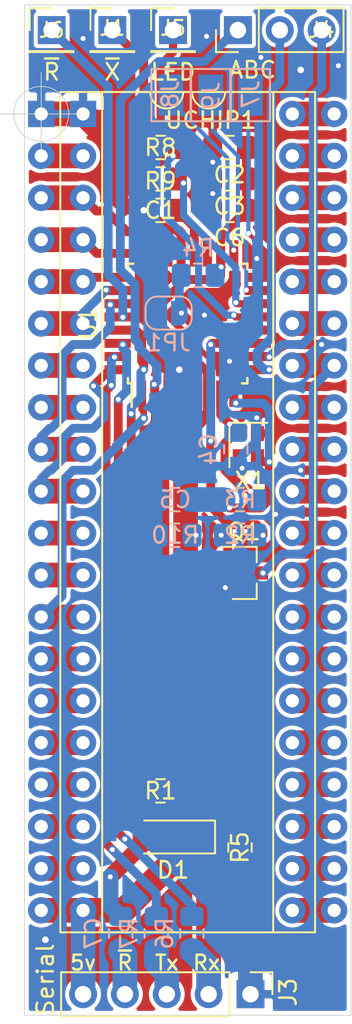
<source format=kicad_pcb>
(kicad_pcb (version 20171130) (host pcbnew "(5.1.10)-1")
  (layers (0 F.Cu signal) (31 B.Cu signal) (34 B.Paste user hide) (35 F.Paste user hide) (36 B.SilkS user) (37 F.SilkS user) (38 B.Mask user) (39 F.Mask user hide) (44 Edge.Cuts user))
  (net 0 "")
  (net 1 GND)
  (net 2 +5V)
  (net 3 /XTAL1)
  (net 4 /XTAL2)
  (net 5 "Net-(J1-Pad1)")
  (net 6 /ICSP-MISO)
  (net 7 /ICSP-SCK)
  (net 8 /ICSP-MOSI)
  (net 9 /ICSP-~RESET)
  (net 10 /SER-RXD)
  (net 11 /SER-TXD)
  (net 12 /KSW-A)
  (net 13 /KSW-B)
  (net 14 /KSW-C)
  (net 15 "Net-(J5-Pad1)")
  (net 16 /~RESTORE)
  (net 17 "Net-(JP1-Pad2)")
  (net 18 "Net-(Q1-Pad1)")
  (net 19 /U~RESET)
  (net 20 /URESET)
  (net 21 "Net-(R8-Pad2)")
  (net 22 "Net-(R9-Pad2)")
  (net 23 /ROW3)
  (net 24 /COL1)
  (net 25 /COL2)
  (net 26 /COL3)
  (net 27 /COL4)
  (net 28 /COL7)
  (net 29 /ROW0)
  (net 30 /UCNT)
  (net 31 /USIO)
  (net 32 /UTOD)
  (net 33 /UA0)
  (net 34 /U~PC)
  (net 35 /UA1)
  (net 36 /ROW7)
  (net 37 /UA2)
  (net 38 /ROW6)
  (net 39 /UA3)
  (net 40 /ROW5)
  (net 41 /ROW4)
  (net 42 /D0)
  (net 43 /D1)
  (net 44 /ROW2)
  (net 45 /D2)
  (net 46 /ROW1)
  (net 47 /D3)
  (net 48 /D4)
  (net 49 /D5)
  (net 50 /COL6)
  (net 51 /D6)
  (net 52 /COL5)
  (net 53 /D7)
  (net 54 /UCLK)
  (net 55 /U~FLAG)
  (net 56 /U~CE)
  (net 57 /UR~W)
  (net 58 /COL0)
  (net 59 /U~IRQ)
  (net 60 "Net-(C7-Pad2)")
  (net 61 "Net-(J3-Pad2)")
  (net 62 "Net-(J3-Pad3)")
  (net 63 "Net-(C1-Pad1)")
  (net 64 "Net-(U1-Pad19)")
  (net 65 "Net-(U1-Pad22)")
  (module Package_DIP:DIP-40_W15.24mm (layer F.Cu) (at 101.6 50.8)
    (fp_text reference UCHIP1 (at 7.747 0.381) (layer F.SilkS))
    (fp_text value MOS6526)
    (pad 40 thru_hole oval (at 15.24 0) (size 1.6 1.6) (drill 0.8) (layers *.Cu *.Mask) (net 30 /UCNT))
    (pad 20 thru_hole oval (at 0 48.26) (size 1.6 1.6) (drill 0.8) (layers *.Cu *.Mask) (net 2 +5V))
    (pad 39 thru_hole oval (at 15.24 2.54) (size 1.6 1.6) (drill 0.8) (layers *.Cu *.Mask) (net 31 /USIO))
    (pad 19 thru_hole oval (at 0 45.72) (size 1.6 1.6) (drill 0.8) (layers *.Cu *.Mask) (net 32 /UTOD))
    (pad 38 thru_hole oval (at 15.24 5.08) (size 1.6 1.6) (drill 0.8) (layers *.Cu *.Mask) (net 33 /UA0))
    (pad 18 thru_hole oval (at 0 43.18) (size 1.6 1.6) (drill 0.8) (layers *.Cu *.Mask) (net 34 /U~PC))
    (pad 37 thru_hole oval (at 15.24 7.62) (size 1.6 1.6) (drill 0.8) (layers *.Cu *.Mask) (net 35 /UA1))
    (pad 17 thru_hole oval (at 0 40.64) (size 1.6 1.6) (drill 0.8) (layers *.Cu *.Mask) (net 36 /ROW7))
    (pad 36 thru_hole oval (at 15.24 10.16) (size 1.6 1.6) (drill 0.8) (layers *.Cu *.Mask) (net 37 /UA2))
    (pad 16 thru_hole oval (at 0 38.1) (size 1.6 1.6) (drill 0.8) (layers *.Cu *.Mask) (net 38 /ROW6))
    (pad 35 thru_hole oval (at 15.24 12.7) (size 1.6 1.6) (drill 0.8) (layers *.Cu *.Mask) (net 39 /UA3))
    (pad 15 thru_hole oval (at 0 35.56) (size 1.6 1.6) (drill 0.8) (layers *.Cu *.Mask) (net 40 /ROW5))
    (pad 34 thru_hole oval (at 15.24 15.24) (size 1.6 1.6) (drill 0.8) (layers *.Cu *.Mask) (net 19 /U~RESET))
    (pad 14 thru_hole oval (at 0 33.02) (size 1.6 1.6) (drill 0.8) (layers *.Cu *.Mask) (net 41 /ROW4))
    (pad 33 thru_hole oval (at 15.24 17.78) (size 1.6 1.6) (drill 0.8) (layers *.Cu *.Mask) (net 42 /D0))
    (pad 13 thru_hole oval (at 0 30.48) (size 1.6 1.6) (drill 0.8) (layers *.Cu *.Mask) (net 23 /ROW3))
    (pad 32 thru_hole oval (at 15.24 20.32) (size 1.6 1.6) (drill 0.8) (layers *.Cu *.Mask) (net 43 /D1))
    (pad 12 thru_hole oval (at 0 27.94) (size 1.6 1.6) (drill 0.8) (layers *.Cu *.Mask) (net 44 /ROW2))
    (pad 31 thru_hole oval (at 15.24 22.86) (size 1.6 1.6) (drill 0.8) (layers *.Cu *.Mask) (net 45 /D2))
    (pad 11 thru_hole oval (at 0 25.4) (size 1.6 1.6) (drill 0.8) (layers *.Cu *.Mask) (net 46 /ROW1))
    (pad 30 thru_hole oval (at 15.24 25.4) (size 1.6 1.6) (drill 0.8) (layers *.Cu *.Mask) (net 47 /D3))
    (pad 10 thru_hole oval (at 0 22.86) (size 1.6 1.6) (drill 0.8) (layers *.Cu *.Mask) (net 29 /ROW0))
    (pad 29 thru_hole oval (at 15.24 27.94) (size 1.6 1.6) (drill 0.8) (layers *.Cu *.Mask) (net 48 /D4))
    (pad 9 thru_hole oval (at 0 20.32) (size 1.6 1.6) (drill 0.8) (layers *.Cu *.Mask) (net 28 /COL7))
    (pad 28 thru_hole oval (at 15.24 30.48) (size 1.6 1.6) (drill 0.8) (layers *.Cu *.Mask) (net 49 /D5))
    (pad 8 thru_hole oval (at 0 17.78) (size 1.6 1.6) (drill 0.8) (layers *.Cu *.Mask) (net 50 /COL6))
    (pad 27 thru_hole oval (at 15.24 33.02) (size 1.6 1.6) (drill 0.8) (layers *.Cu *.Mask) (net 51 /D6))
    (pad 7 thru_hole oval (at 0 15.24) (size 1.6 1.6) (drill 0.8) (layers *.Cu *.Mask) (net 52 /COL5))
    (pad 26 thru_hole oval (at 15.24 35.56) (size 1.6 1.6) (drill 0.8) (layers *.Cu *.Mask) (net 53 /D7))
    (pad 6 thru_hole oval (at 0 12.7) (size 1.6 1.6) (drill 0.8) (layers *.Cu *.Mask) (net 27 /COL4))
    (pad 25 thru_hole oval (at 15.24 38.1) (size 1.6 1.6) (drill 0.8) (layers *.Cu *.Mask) (net 54 /UCLK))
    (pad 5 thru_hole oval (at 0 10.16) (size 1.6 1.6) (drill 0.8) (layers *.Cu *.Mask) (net 26 /COL3))
    (pad 24 thru_hole oval (at 15.24 40.64) (size 1.6 1.6) (drill 0.8) (layers *.Cu *.Mask) (net 55 /U~FLAG))
    (pad 4 thru_hole oval (at 0 7.62) (size 1.6 1.6) (drill 0.8) (layers *.Cu *.Mask) (net 25 /COL2))
    (pad 23 thru_hole oval (at 15.24 43.18) (size 1.6 1.6) (drill 0.8) (layers *.Cu *.Mask) (net 56 /U~CE))
    (pad 3 thru_hole oval (at 0 5.08) (size 1.6 1.6) (drill 0.8) (layers *.Cu *.Mask) (net 24 /COL1))
    (pad 22 thru_hole oval (at 15.24 45.72) (size 1.6 1.6) (drill 0.8) (layers *.Cu *.Mask) (net 57 /UR~W))
    (pad 2 thru_hole oval (at 0 2.54) (size 1.6 1.6) (drill 0.8) (layers *.Cu *.Mask) (net 58 /COL0))
    (pad 21 thru_hole oval (at 15.24 48.26) (size 1.6 1.6) (drill 0.8) (layers *.Cu *.Mask) (net 59 /U~IRQ))
    (pad 1 thru_hole rect (at 0 0) (size 1.6 1.6) (drill 0.8) (layers *.Cu *.Mask) (net 1 GND))
  )
  (module Package_DIP:DIP-40_W15.24mm (layer F.Cu) (at 99.06 50.8)
    (fp_text reference USOCKET1)
    (fp_text value MOS6526)
    (pad 1 thru_hole rect (at 0 0) (size 1.6 1.6) (drill 0.8) (layers *.Cu *.Mask) (net 1 GND))
    (pad 21 thru_hole oval (at 15.24 48.26) (size 1.6 1.6) (drill 0.8) (layers *.Cu *.Mask) (net 59 /U~IRQ))
    (pad 2 thru_hole oval (at 0 2.54) (size 1.6 1.6) (drill 0.8) (layers *.Cu *.Mask) (net 58 /COL0))
    (pad 22 thru_hole oval (at 15.24 45.72) (size 1.6 1.6) (drill 0.8) (layers *.Cu *.Mask) (net 57 /UR~W))
    (pad 3 thru_hole oval (at 0 5.08) (size 1.6 1.6) (drill 0.8) (layers *.Cu *.Mask) (net 24 /COL1))
    (pad 23 thru_hole oval (at 15.24 43.18) (size 1.6 1.6) (drill 0.8) (layers *.Cu *.Mask) (net 56 /U~CE))
    (pad 4 thru_hole oval (at 0 7.62) (size 1.6 1.6) (drill 0.8) (layers *.Cu *.Mask) (net 25 /COL2))
    (pad 24 thru_hole oval (at 15.24 40.64) (size 1.6 1.6) (drill 0.8) (layers *.Cu *.Mask) (net 55 /U~FLAG))
    (pad 5 thru_hole oval (at 0 10.16) (size 1.6 1.6) (drill 0.8) (layers *.Cu *.Mask) (net 26 /COL3))
    (pad 25 thru_hole oval (at 15.24 38.1) (size 1.6 1.6) (drill 0.8) (layers *.Cu *.Mask) (net 54 /UCLK))
    (pad 6 thru_hole oval (at 0 12.7) (size 1.6 1.6) (drill 0.8) (layers *.Cu *.Mask) (net 27 /COL4))
    (pad 26 thru_hole oval (at 15.24 35.56) (size 1.6 1.6) (drill 0.8) (layers *.Cu *.Mask) (net 53 /D7))
    (pad 7 thru_hole oval (at 0 15.24) (size 1.6 1.6) (drill 0.8) (layers *.Cu *.Mask) (net 52 /COL5))
    (pad 27 thru_hole oval (at 15.24 33.02) (size 1.6 1.6) (drill 0.8) (layers *.Cu *.Mask) (net 51 /D6))
    (pad 8 thru_hole oval (at 0 17.78) (size 1.6 1.6) (drill 0.8) (layers *.Cu *.Mask) (net 50 /COL6))
    (pad 28 thru_hole oval (at 15.24 30.48) (size 1.6 1.6) (drill 0.8) (layers *.Cu *.Mask) (net 49 /D5))
    (pad 9 thru_hole oval (at 0 20.32) (size 1.6 1.6) (drill 0.8) (layers *.Cu *.Mask) (net 28 /COL7))
    (pad 29 thru_hole oval (at 15.24 27.94) (size 1.6 1.6) (drill 0.8) (layers *.Cu *.Mask) (net 48 /D4))
    (pad 10 thru_hole oval (at 0 22.86) (size 1.6 1.6) (drill 0.8) (layers *.Cu *.Mask) (net 29 /ROW0))
    (pad 30 thru_hole oval (at 15.24 25.4) (size 1.6 1.6) (drill 0.8) (layers *.Cu *.Mask) (net 47 /D3))
    (pad 11 thru_hole oval (at 0 25.4) (size 1.6 1.6) (drill 0.8) (layers *.Cu *.Mask) (net 46 /ROW1))
    (pad 31 thru_hole oval (at 15.24 22.86) (size 1.6 1.6) (drill 0.8) (layers *.Cu *.Mask) (net 45 /D2))
    (pad 12 thru_hole oval (at 0 27.94) (size 1.6 1.6) (drill 0.8) (layers *.Cu *.Mask) (net 44 /ROW2))
    (pad 32 thru_hole oval (at 15.24 20.32) (size 1.6 1.6) (drill 0.8) (layers *.Cu *.Mask) (net 43 /D1))
    (pad 13 thru_hole oval (at 0 30.48) (size 1.6 1.6) (drill 0.8) (layers *.Cu *.Mask) (net 23 /ROW3))
    (pad 33 thru_hole oval (at 15.24 17.78) (size 1.6 1.6) (drill 0.8) (layers *.Cu *.Mask) (net 42 /D0))
    (pad 14 thru_hole oval (at 0 33.02) (size 1.6 1.6) (drill 0.8) (layers *.Cu *.Mask) (net 41 /ROW4))
    (pad 34 thru_hole oval (at 15.24 15.24) (size 1.6 1.6) (drill 0.8) (layers *.Cu *.Mask) (net 19 /U~RESET))
    (pad 15 thru_hole oval (at 0 35.56) (size 1.6 1.6) (drill 0.8) (layers *.Cu *.Mask) (net 40 /ROW5))
    (pad 35 thru_hole oval (at 15.24 12.7) (size 1.6 1.6) (drill 0.8) (layers *.Cu *.Mask) (net 39 /UA3))
    (pad 16 thru_hole oval (at 0 38.1) (size 1.6 1.6) (drill 0.8) (layers *.Cu *.Mask) (net 38 /ROW6))
    (pad 36 thru_hole oval (at 15.24 10.16) (size 1.6 1.6) (drill 0.8) (layers *.Cu *.Mask) (net 37 /UA2))
    (pad 17 thru_hole oval (at 0 40.64) (size 1.6 1.6) (drill 0.8) (layers *.Cu *.Mask) (net 36 /ROW7))
    (pad 37 thru_hole oval (at 15.24 7.62) (size 1.6 1.6) (drill 0.8) (layers *.Cu *.Mask) (net 35 /UA1))
    (pad 18 thru_hole oval (at 0 43.18) (size 1.6 1.6) (drill 0.8) (layers *.Cu *.Mask) (net 34 /U~PC))
    (pad 38 thru_hole oval (at 15.24 5.08) (size 1.6 1.6) (drill 0.8) (layers *.Cu *.Mask) (net 33 /UA0))
    (pad 19 thru_hole oval (at 0 45.72) (size 1.6 1.6) (drill 0.8) (layers *.Cu *.Mask) (net 32 /UTOD))
    (pad 39 thru_hole oval (at 15.24 2.54) (size 1.6 1.6) (drill 0.8) (layers *.Cu *.Mask) (net 31 /USIO))
    (pad 20 thru_hole oval (at 0 48.26) (size 1.6 1.6) (drill 0.8) (layers *.Cu *.Mask) (net 2 +5V))
    (pad 40 thru_hole oval (at 15.24 0) (size 1.6 1.6) (drill 0.8) (layers *.Cu *.Mask) (net 30 /UCNT))
  )
  (module Capacitor_SMD:C_0805_2012Metric_Pad1.15x1.40mm_HandSolder (layer F.Cu) (at 106.299 56.642 180)
    (fp_text reference C1 (at 0 0) (layer F.SilkS))
    (fp_text value 0.1uF)
    (pad 1 smd roundrect (at -1.025 0 180) (size 1.15 1.4) (layers F.Cu F.Paste F.Mask) (roundrect_rratio 0.2173904347826087) (net 63 "Net-(C1-Pad1)"))
    (pad 2 smd roundrect (at 1.025 0 180) (size 1.15 1.4) (layers F.Cu F.Paste F.Mask) (roundrect_rratio 0.2173904347826087) (net 1 GND))
  )
  (module Capacitor_SMD:C_0805_2012Metric_Pad1.15x1.40mm_HandSolder (layer F.Cu) (at 110.49 52.832 180)
    (fp_text reference C2 (at 0 -1.65) (layer F.SilkS))
    (fp_text value 0.1uF)
    (pad 2 smd roundrect (at 1.025 0 180) (size 1.15 1.4) (layers F.Cu F.Paste F.Mask) (roundrect_rratio 0.2173904347826087) (net 1 GND))
    (pad 1 smd roundrect (at -1.025 0 180) (size 1.15 1.4) (layers F.Cu F.Paste F.Mask) (roundrect_rratio 0.2173904347826087) (net 2 +5V))
  )
  (module Capacitor_SMD:C_0805_2012Metric_Pad1.15x1.40mm_HandSolder (layer F.Cu) (at 110.49 54.737 180)
    (fp_text reference C3 (at 0 -1.65) (layer F.SilkS))
    (fp_text value 0.1uF)
    (pad 1 smd roundrect (at -1.025 0 180) (size 1.15 1.4) (layers F.Cu F.Paste F.Mask) (roundrect_rratio 0.2173904347826087) (net 2 +5V))
    (pad 2 smd roundrect (at 1.025 0 180) (size 1.15 1.4) (layers F.Cu F.Paste F.Mask) (roundrect_rratio 0.2173904347826087) (net 1 GND))
  )
  (module Capacitor_SMD:C_0805_2012Metric_Pad1.15x1.40mm_HandSolder (layer B.Cu) (at 110.871 71.12 270)
    (fp_text reference C4 (at 0 1.65 270) (layer B.SilkS) (effects (justify mirror)))
    (fp_text value 22pF)
    (pad 2 smd roundrect (at 1.025 0 270) (size 1.15 1.4) (layers B.Cu B.Paste B.Mask) (roundrect_rratio 0.2173904347826087) (net 1 GND))
    (pad 1 smd roundrect (at -1.025 0 270) (size 1.15 1.4) (layers B.Cu B.Paste B.Mask) (roundrect_rratio 0.2173904347826087) (net 3 /XTAL1))
  )
  (module Capacitor_SMD:C_0805_2012Metric_Pad1.15x1.40mm_HandSolder (layer B.Cu) (at 107.188 74.168 180)
    (fp_text reference C5 (at 0 0) (layer B.SilkS) (effects (justify mirror)))
    (fp_text value 22pF)
    (pad 1 smd roundrect (at -1.025 0 180) (size 1.15 1.4) (layers B.Cu B.Paste B.Mask) (roundrect_rratio 0.2173904347826087) (net 4 /XTAL2))
    (pad 2 smd roundrect (at 1.025 0 180) (size 1.15 1.4) (layers B.Cu B.Paste B.Mask) (roundrect_rratio 0.2173904347826087) (net 1 GND))
  )
  (module Capacitor_SMD:C_0805_2012Metric_Pad1.15x1.40mm_HandSolder (layer F.Cu) (at 110.49 56.642 180)
    (fp_text reference C6 (at 0 -1.65) (layer F.SilkS))
    (fp_text value 0.1uF)
    (pad 2 smd roundrect (at 1.025 0 180) (size 1.15 1.4) (layers F.Cu F.Paste F.Mask) (roundrect_rratio 0.2173904347826087) (net 1 GND))
    (pad 1 smd roundrect (at -1.025 0 180) (size 1.15 1.4) (layers F.Cu F.Paste F.Mask) (roundrect_rratio 0.2173904347826087) (net 2 +5V))
  )
  (module Connector_PinHeader_2.54mm:PinHeader_1x01_P2.54mm_Vertical (layer F.Cu) (at 103.378 45.72)
    (fp_text reference J1 (at 0 -0.127) (layer F.SilkS) (effects (font (size 0.9 0.9))))
    (fp_text value ~EXROM)
    (pad 1 thru_hole rect (at 0 0) (size 1.7 1.7) (drill 1) (layers *.Cu *.Mask) (net 5 "Net-(J1-Pad1)"))
  )
  (module Connector_PinHeader_2.54mm:PinHeader_1x05_P2.54mm_Vertical (layer F.Cu) (at 111.76 104.14 270)
    (fp_text reference J3 (at -0.127 -2.286 90) (layer F.SilkS))
    (fp_text value Serial (at -0.889 12.446 90) (layer F.SilkS))
    (pad 1 thru_hole rect (at 0 0 270) (size 1.7 1.7) (drill 1) (layers *.Cu *.Mask) (net 1 GND))
    (pad 2 thru_hole oval (at 0 2.54 270) (size 1.7 1.7) (drill 1) (layers *.Cu *.Mask) (net 61 "Net-(J3-Pad2)"))
    (pad 3 thru_hole oval (at 0 5.08 270) (size 1.7 1.7) (drill 1) (layers *.Cu *.Mask) (net 62 "Net-(J3-Pad3)"))
    (pad 4 thru_hole oval (at 0 7.62 270) (size 1.7 1.7) (drill 1) (layers *.Cu *.Mask) (net 60 "Net-(C7-Pad2)"))
    (pad 5 thru_hole oval (at 0 10.16 270) (size 1.7 1.7) (drill 1) (layers *.Cu *.Mask) (net 2 +5V))
  )
  (module Connector_PinHeader_2.54mm:PinHeader_1x03_P2.54mm_Vertical (layer F.Cu) (at 110.998 45.72 90)
    (fp_text reference J4 (at 0 5.08 180) (layer F.SilkS) (effects (font (size 0.9 0.9))))
    (fp_text value KSW)
    (pad 1 thru_hole rect (at 0 0 90) (size 1.7 1.7) (drill 1) (layers *.Cu *.Mask) (net 12 /KSW-A))
    (pad 2 thru_hole oval (at 0 2.54 90) (size 1.7 1.7) (drill 1) (layers *.Cu *.Mask) (net 13 /KSW-B))
    (pad 3 thru_hole oval (at 0 5.08 90) (size 1.7 1.7) (drill 1) (layers *.Cu *.Mask) (net 14 /KSW-C))
  )
  (module Connector_PinHeader_2.54mm:PinHeader_1x01_P2.54mm_Vertical (layer F.Cu) (at 107.061 45.72)
    (fp_text reference J5 (at 0 -0.127) (layer F.SilkS) (effects (font (size 0.9 0.9))))
    (fp_text value RESIO)
    (pad 1 thru_hole rect (at 0 0) (size 1.7 1.7) (drill 1) (layers *.Cu *.Mask) (net 15 "Net-(J5-Pad1)"))
  )
  (module Connector_PinHeader_2.54mm:PinHeader_1x01_P2.54mm_Vertical (layer F.Cu) (at 99.695 45.72)
    (fp_text reference J6 (at 0 0) (layer F.SilkS) (effects (font (size 0.9 0.9))))
    (fp_text value ~RESTORE)
    (pad 1 thru_hole rect (at 0 0) (size 1.7 1.7) (drill 1) (layers *.Cu *.Mask) (net 16 /~RESTORE))
  )
  (module Jumper:SolderJumper-2_P1.3mm_Open_RoundedPad1.0x1.5mm (layer B.Cu) (at 106.792 62.865)
    (fp_text reference JP1 (at 0 1.8) (layer B.SilkS) (effects (justify mirror)))
    (fp_text value ~SHRTBRD)
    (pad 1 smd custom (at -0.65 0) (size 1 0.5) (layers B.Cu B.Mask) (net 1 GND) (options (clearance outline) (anchor rect)) (primitives (gr_circle (center 0 -0.25) (end 0.5 -0.25) (width 0)) (gr_circle (center 0 0.25) (end 0.5 0.25) (width 0)) (gr_poly (pts (xy 0 0.75) (xy 0.5 0.75) (xy 0.5 -0.75) (xy 0 -0.75)) (width 0))))
    (pad 2 smd custom (at 0.65 0) (size 1 0.5) (layers B.Cu B.Mask) (net 17 "Net-(JP1-Pad2)") (options (clearance outline) (anchor rect)) (primitives (gr_circle (center 0 -0.25) (end 0.5 -0.25) (width 0)) (gr_circle (center 0 0.25) (end 0.5 0.25) (width 0)) (gr_poly (pts (xy 0 0.75) (xy -0.5 0.75) (xy -0.5 -0.75) (xy 0 -0.75)) (width 0))))
  )
  (module Package_TO_SOT_SMD:SOT-23 (layer F.Cu) (at 111.379 78.613)
    (fp_text reference Q1 (at 0 -2.5) (layer F.SilkS))
    (fp_text value BC846)
    (pad 1 smd rect (at -1 -0.95) (size 0.9 0.8) (layers F.Cu F.Paste F.Mask) (net 18 "Net-(Q1-Pad1)"))
    (pad 2 smd rect (at -1 0.95) (size 0.9 0.8) (layers F.Cu F.Paste F.Mask) (net 1 GND))
    (pad 3 smd rect (at 1 0) (size 0.9 0.8) (layers F.Cu F.Paste F.Mask) (net 19 /U~RESET))
  )
  (module Resistor_SMD:R_0805_2012Metric_Pad1.15x1.40mm_HandSolder (layer B.Cu) (at 111.125 76.327)
    (fp_text reference R2 (at 0 0) (layer B.SilkS) (effects (justify mirror)))
    (fp_text value 10K)
    (pad 2 smd roundrect (at 1.025 0) (size 1.15 1.4) (layers B.Cu B.Paste B.Mask) (roundrect_rratio 0.2173904347826087) (net 20 /URESET))
    (pad 1 smd roundrect (at -1.025 0) (size 1.15 1.4) (layers B.Cu B.Paste B.Mask) (roundrect_rratio 0.2173904347826087) (net 18 "Net-(Q1-Pad1)"))
  )
  (module Resistor_SMD:R_0805_2012Metric_Pad1.15x1.40mm_HandSolder (layer B.Cu) (at 111.125 74.168)
    (fp_text reference R3 (at 0 0) (layer B.SilkS) (effects (justify mirror)))
    (fp_text value 1M)
    (pad 2 smd roundrect (at 1.025 0) (size 1.15 1.4) (layers B.Cu B.Paste B.Mask) (roundrect_rratio 0.2173904347826087) (net 3 /XTAL1))
    (pad 1 smd roundrect (at -1.025 0) (size 1.15 1.4) (layers B.Cu B.Paste B.Mask) (roundrect_rratio 0.2173904347826087) (net 4 /XTAL2))
  )
  (module Resistor_SMD:R_0805_2012Metric_Pad1.15x1.40mm_HandSolder (layer B.Cu) (at 108.585 60.579 180)
    (fp_text reference R4 (at 0 1.65) (layer B.SilkS) (effects (justify mirror)))
    (fp_text value 10K)
    (pad 1 smd roundrect (at -1.025 0 180) (size 1.15 1.4) (layers B.Cu B.Paste B.Mask) (roundrect_rratio 0.2173904347826087) (net 2 +5V))
    (pad 2 smd roundrect (at 1.025 0 180) (size 1.15 1.4) (layers B.Cu B.Paste B.Mask) (roundrect_rratio 0.2173904347826087) (net 17 "Net-(JP1-Pad2)"))
  )
  (module Resistor_SMD:R_0805_2012Metric_Pad1.15x1.40mm_HandSolder (layer F.Cu) (at 106.308 52.832)
    (fp_text reference R8 (at -0.009 0) (layer F.SilkS))
    (fp_text value 220R)
    (pad 2 smd roundrect (at 1.025 0) (size 1.15 1.4) (layers F.Cu F.Paste F.Mask) (roundrect_rratio 0.2173904347826087) (net 21 "Net-(R8-Pad2)"))
    (pad 1 smd roundrect (at -1.025 0) (size 1.15 1.4) (layers F.Cu F.Paste F.Mask) (roundrect_rratio 0.2173904347826087) (net 5 "Net-(J1-Pad1)"))
  )
  (module Resistor_SMD:R_0805_2012Metric_Pad1.15x1.40mm_HandSolder (layer F.Cu) (at 106.299 54.737)
    (fp_text reference R9 (at 0 0.127) (layer F.SilkS))
    (fp_text value 330R)
    (pad 1 smd roundrect (at -1.025 0) (size 1.15 1.4) (layers F.Cu F.Paste F.Mask) (roundrect_rratio 0.2173904347826087) (net 15 "Net-(J5-Pad1)"))
    (pad 2 smd roundrect (at 1.025 0) (size 1.15 1.4) (layers F.Cu F.Paste F.Mask) (roundrect_rratio 0.2173904347826087) (net 22 "Net-(R9-Pad2)"))
  )
  (module Resistor_SMD:R_0805_2012Metric_Pad1.15x1.40mm_HandSolder (layer B.Cu) (at 107.188 76.327 180)
    (fp_text reference R10 (at 0 0) (layer B.SilkS) (effects (justify mirror)))
    (fp_text value 1M)
    (pad 1 smd roundrect (at -1.025 0 180) (size 1.15 1.4) (layers B.Cu B.Paste B.Mask) (roundrect_rratio 0.2173904347826087) (net 2 +5V))
    (pad 2 smd roundrect (at 1.025 0 180) (size 1.15 1.4) (layers B.Cu B.Paste B.Mask) (roundrect_rratio 0.2173904347826087) (net 1 GND))
  )
  (module Crystal:Crystal_SMD_2016-4Pin_2.0x1.6mm (layer F.Cu) (at 111.633 70.866 270)
    (fp_text reference X1 (at 2.159 -0.127 180) (layer F.SilkS))
    (fp_text value 16MHz)
    (pad 1 smd rect (at -0.7 0.55 270) (size 0.9 0.8) (layers F.Cu F.Paste F.Mask) (net 3 /XTAL1))
    (pad 2 smd rect (at 0.7 0.55 270) (size 0.9 0.8) (layers F.Cu F.Paste F.Mask) (net 1 GND))
    (pad 3 smd rect (at 0.7 -0.55 270) (size 0.9 0.8) (layers F.Cu F.Paste F.Mask) (net 4 /XTAL2))
    (pad 4 smd rect (at -0.7 -0.55 270) (size 0.9 0.8) (layers F.Cu F.Paste F.Mask) (net 1 GND))
  )
  (module Capacitor_SMD:C_0805_2012Metric_Pad1.15x1.40mm_HandSolder (layer B.Cu) (at 103.886 100.457 270)
    (fp_text reference C7 (at 0 1.65 270) (layer B.SilkS) (effects (justify mirror)))
    (fp_text value 0.1uF)
    (pad 1 smd roundrect (at -1.025 0 270) (size 1.15 1.4) (layers B.Cu B.Paste B.Mask) (roundrect_rratio 0.2173904347826087) (net 9 /ICSP-~RESET))
    (pad 2 smd roundrect (at 1.025 0 270) (size 1.15 1.4) (layers B.Cu B.Paste B.Mask) (roundrect_rratio 0.2173904347826087) (net 60 "Net-(C7-Pad2)"))
  )
  (module Resistor_SMD:R_0805_2012Metric_Pad1.15x1.40mm_HandSolder (layer F.Cu) (at 106.299 91.821 180)
    (fp_text reference R1 (at 0 0) (layer F.SilkS))
    (fp_text value 10K)
    (pad 1 smd roundrect (at -1.025 0 180) (size 1.15 1.4) (layers F.Cu F.Paste F.Mask) (roundrect_rratio 0.2173904347826087) (net 2 +5V))
    (pad 2 smd roundrect (at 1.025 0 180) (size 1.15 1.4) (layers F.Cu F.Paste F.Mask) (roundrect_rratio 0.2173904347826087) (net 9 /ICSP-~RESET))
  )
  (module Resistor_SMD:R_0805_2012Metric_Pad1.15x1.40mm_HandSolder (layer F.Cu) (at 111.125 95.25 270)
    (fp_text reference R5 (at 0 0 90) (layer F.SilkS))
    (fp_text value 10K)
    (pad 2 smd roundrect (at 1.025 0 270) (size 1.15 1.4) (layers F.Cu F.Paste F.Mask) (roundrect_rratio 0.2173904347826087) (net 61 "Net-(J3-Pad2)"))
    (pad 1 smd roundrect (at -1.025 0 270) (size 1.15 1.4) (layers F.Cu F.Paste F.Mask) (roundrect_rratio 0.2173904347826087) (net 2 +5V))
  )
  (module Resistor_SMD:R_0805_2012Metric_Pad1.15x1.40mm_HandSolder (layer B.Cu) (at 108.204 100.457 270)
    (fp_text reference R6 (at 0 1.65 270) (layer B.SilkS) (effects (justify mirror)))
    (fp_text value 1K)
    (pad 2 smd roundrect (at 1.025 0 270) (size 1.15 1.4) (layers B.Cu B.Paste B.Mask) (roundrect_rratio 0.2173904347826087) (net 61 "Net-(J3-Pad2)"))
    (pad 1 smd roundrect (at -1.025 0 270) (size 1.15 1.4) (layers B.Cu B.Paste B.Mask) (roundrect_rratio 0.2173904347826087) (net 10 /SER-RXD))
  )
  (module Resistor_SMD:R_0805_2012Metric_Pad1.15x1.40mm_HandSolder (layer B.Cu) (at 106.045 100.457 270)
    (fp_text reference R7 (at 0 1.65 90) (layer B.SilkS) (effects (justify mirror)))
    (fp_text value 1K)
    (pad 1 smd roundrect (at -1.025 0 270) (size 1.15 1.4) (layers B.Cu B.Paste B.Mask) (roundrect_rratio 0.2173904347826087) (net 11 /SER-TXD))
    (pad 2 smd roundrect (at 1.025 0 270) (size 1.15 1.4) (layers B.Cu B.Paste B.Mask) (roundrect_rratio 0.2173904347826087) (net 62 "Net-(J3-Pad3)"))
  )
  (module Diode_SMD:D_MiniMELF (layer F.Cu) (at 107.061 94.615 180)
    (fp_text reference D1 (at 0 -2) (layer F.SilkS))
    (fp_text value 1N4148)
    (pad 1 smd rect (at -1.75 0 180) (size 1.3 1.7) (layers F.Cu F.Paste F.Mask) (net 2 +5V))
    (pad 2 smd rect (at 1.75 0 180) (size 1.3 1.7) (layers F.Cu F.Paste F.Mask) (net 9 /ICSP-~RESET))
  )
  (module CPU2:SolderPad (layer B.Cu) (at 111.76 49.657 90)
    (fp_text reference J7 (at 0.045999 0.021999 90) (layer B.SilkS) (effects (justify mirror)))
    (fp_text value MISO)
    (pad 1 smd rect (at 0 0 90) (size 2.5 1.5) (layers B.Cu B.Paste B.Mask) (net 6 /ICSP-MISO))
  )
  (module CPU2:SolderPad (layer B.Cu) (at 106.934 49.657 90)
    (fp_text reference J8 (at 0.045999 -0.039001 90) (layer B.SilkS) (effects (justify mirror)))
    (fp_text value SCK)
    (pad 1 smd rect (at 0 0 90) (size 2.5 1.5) (layers B.Cu B.Paste B.Mask) (net 7 /ICSP-SCK))
  )
  (module CPU2:SolderPad (layer B.Cu) (at 109.347 49.657 90)
    (fp_text reference J9 (at -0.043001 0.021999 90) (layer B.SilkS) (effects (justify mirror)))
    (fp_text value MOSI)
    (pad 1 smd rect (at 0 0 90) (size 2.5 1.5) (layers B.Cu B.Paste B.Mask) (net 8 /ICSP-MOSI))
  )
  (module Package_QFP:TQFP-32_7x7mm_P0.8mm (layer F.Cu) (at 107.95 63.5 90)
    (fp_text reference U1 (at 0 -6.05 90) (layer F.SilkS))
    (fp_text value ATmega328P-AU)
    (pad 1 smd rect (at -4.25 -2.8 90) (size 1.6 0.55) (layers F.Cu F.Paste F.Mask) (net 23 /ROW3))
    (pad 2 smd rect (at -4.25 -2 90) (size 1.6 0.55) (layers F.Cu F.Paste F.Mask) (net 12 /KSW-A))
    (pad 3 smd rect (at -4.25 -1.2 90) (size 1.6 0.55) (layers F.Cu F.Paste F.Mask) (net 1 GND))
    (pad 4 smd rect (at -4.25 -0.4 90) (size 1.6 0.55) (layers F.Cu F.Paste F.Mask) (net 2 +5V))
    (pad 5 smd rect (at -4.25 0.4 90) (size 1.6 0.55) (layers F.Cu F.Paste F.Mask) (net 1 GND))
    (pad 6 smd rect (at -4.25 1.2 90) (size 1.6 0.55) (layers F.Cu F.Paste F.Mask) (net 2 +5V))
    (pad 7 smd rect (at -4.25 2 90) (size 1.6 0.55) (layers F.Cu F.Paste F.Mask) (net 3 /XTAL1))
    (pad 8 smd rect (at -4.25 2.8 90) (size 1.6 0.55) (layers F.Cu F.Paste F.Mask) (net 4 /XTAL2))
    (pad 9 smd rect (at -2.8 4.25 180) (size 1.6 0.55) (layers F.Cu F.Paste F.Mask) (net 13 /KSW-B))
    (pad 10 smd rect (at -2 4.25 180) (size 1.6 0.55) (layers F.Cu F.Paste F.Mask) (net 14 /KSW-C))
    (pad 11 smd rect (at -1.2 4.25 180) (size 1.6 0.55) (layers F.Cu F.Paste F.Mask) (net 20 /URESET))
    (pad 12 smd rect (at -0.4 4.25 180) (size 1.6 0.55) (layers F.Cu F.Paste F.Mask) (net 17 "Net-(JP1-Pad2)"))
    (pad 13 smd rect (at 0.4 4.25 180) (size 1.6 0.55) (layers F.Cu F.Paste F.Mask) (net 21 "Net-(R8-Pad2)"))
    (pad 14 smd rect (at 1.2 4.25 180) (size 1.6 0.55) (layers F.Cu F.Paste F.Mask) (net 22 "Net-(R9-Pad2)"))
    (pad 15 smd rect (at 2 4.25 180) (size 1.6 0.55) (layers F.Cu F.Paste F.Mask) (net 8 /ICSP-MOSI))
    (pad 16 smd rect (at 2.8 4.25 180) (size 1.6 0.55) (layers F.Cu F.Paste F.Mask) (net 6 /ICSP-MISO))
    (pad 17 smd rect (at 4.25 2.8 90) (size 1.6 0.55) (layers F.Cu F.Paste F.Mask) (net 7 /ICSP-SCK))
    (pad 18 smd rect (at 4.25 2 90) (size 1.6 0.55) (layers F.Cu F.Paste F.Mask) (net 2 +5V))
    (pad 19 smd rect (at 4.25 1.2 90) (size 1.6 0.55) (layers F.Cu F.Paste F.Mask) (net 64 "Net-(U1-Pad19)"))
    (pad 20 smd rect (at 4.25 0.4 90) (size 1.6 0.55) (layers F.Cu F.Paste F.Mask) (net 63 "Net-(C1-Pad1)"))
    (pad 21 smd rect (at 4.25 -0.4 90) (size 1.6 0.55) (layers F.Cu F.Paste F.Mask) (net 1 GND))
    (pad 22 smd rect (at 4.25 -1.2 90) (size 1.6 0.55) (layers F.Cu F.Paste F.Mask) (net 65 "Net-(U1-Pad22)"))
    (pad 23 smd rect (at 4.25 -2 90) (size 1.6 0.55) (layers F.Cu F.Paste F.Mask) (net 24 /COL1))
    (pad 24 smd rect (at 4.25 -2.8 90) (size 1.6 0.55) (layers F.Cu F.Paste F.Mask) (net 25 /COL2))
    (pad 25 smd rect (at 2.8 -4.25 180) (size 1.6 0.55) (layers F.Cu F.Paste F.Mask) (net 26 /COL3))
    (pad 26 smd rect (at 2 -4.25 180) (size 1.6 0.55) (layers F.Cu F.Paste F.Mask) (net 27 /COL4))
    (pad 27 smd rect (at 1.2 -4.25 180) (size 1.6 0.55) (layers F.Cu F.Paste F.Mask) (net 28 /COL7))
    (pad 28 smd rect (at 0.4 -4.25 180) (size 1.6 0.55) (layers F.Cu F.Paste F.Mask) (net 16 /~RESTORE))
    (pad 29 smd rect (at -0.4 -4.25 180) (size 1.6 0.55) (layers F.Cu F.Paste F.Mask) (net 9 /ICSP-~RESET))
    (pad 30 smd rect (at -1.2 -4.25 180) (size 1.6 0.55) (layers F.Cu F.Paste F.Mask) (net 10 /SER-RXD))
    (pad 31 smd rect (at -2 -4.25 180) (size 1.6 0.55) (layers F.Cu F.Paste F.Mask) (net 11 /SER-TXD))
    (pad 32 smd rect (at -2.8 -4.25 180) (size 1.6 0.55) (layers F.Cu F.Paste F.Mask) (net 29 /ROW0))
  )
  (gr_text ABC (at 111.887 48.133) (layer F.SilkS) (effects (font (size 1 1))))
  (gr_text LED (at 107.061 48.26) (layer F.SilkS) (effects (font (size 1 1))))
  (gr_text ~X (at 103.378 48.26) (layer F.SilkS) (effects (font (size 1 1))))
  (gr_text ~R (at 99.695 48.26) (layer F.SilkS) (effects (font (size 1 1))))
  (target plus (at 99.06 50.8) (size 5) (width 0.05) (layer Edge.Cuts))
  (gr_text 5v (at 101.6 102.235) (layer F.SilkS) (effects (font (size 0.9 0.9))))
  (gr_text ~R (at 104.14 102.235) (layer F.SilkS) (effects (font (size 0.9 0.9))))
  (gr_text Tx (at 106.68 102.235) (layer F.SilkS) (effects (font (size 0.9 0.9))))
  (gr_text Rx (at 109.093 102.235) (layer F.SilkS) (effects (font (size 0.9 0.9))))
  (gr_line (start 98.044 44.196) (end 98.044 105.41) (layer Edge.Cuts) (width 0.05))
  (gr_line (start 98.171 44.196) (end 98.044 44.196) (layer Edge.Cuts) (width 0.05))
  (gr_line (start 117.856 105.41) (end 98.044 105.41) (layer Edge.Cuts) (width 0.05))
  (gr_line (start 117.856 44.196) (end 117.856 105.41) (layer Edge.Cuts) (width 0.05))
  (gr_line (start 98.171 44.196) (end 117.856 44.196) (layer Edge.Cuts) (width 0.05))
  (via (at 114.808 48.133) (size 0.8) (drill 0.4) (layers F.Cu B.Cu) (net 1))
  (via (at 111.252 72.263) (size 0.35) (drill 0.3) (layers F.Cu B.Cu) (net 1))
  (segment (start 99.06 50.8) (end 101.6 50.8) (width 1.5) (layer F.Cu) (net 1))
  (segment (start 103.632 52.781998) (end 103.632 55.576254) (width 1.5) (layer F.Cu) (net 1))
  (segment (start 101.650002 50.8) (end 103.632 52.781998) (width 1.5) (layer F.Cu) (net 1))
  (segment (start 101.6 50.8) (end 101.650002 50.8) (width 1.5) (layer F.Cu) (net 1))
  (segment (start 109.465 52.832) (end 109.465 54.737) (width 0.539) (layer F.Cu) (net 1))
  (segment (start 109.465 54.737) (end 109.465 56.642) (width 0.539) (layer F.Cu) (net 1))
  (via (at 109.474 53.721) (size 0.35) (drill 0.3) (layers F.Cu B.Cu) (net 1))
  (via (at 109.474 55.626) (size 0.35) (drill 0.3) (layers F.Cu B.Cu) (net 1))
  (segment (start 107.312509 65.328862) (end 107.312509 68.939254) (width 1.5) (layer B.Cu) (net 1))
  (segment (start 107.312509 68.939254) (end 107.048882 69.202882) (width 1.5) (layer B.Cu) (net 1))
  (segment (start 107.048882 69.202882) (end 105.156 71.095763) (width 1.5) (layer B.Cu) (net 1))
  (segment (start 108.35 66.694) (end 108.35 67.75) (width 0.539) (layer F.Cu) (net 1))
  (segment (start 107.95 66.294) (end 108.35 66.694) (width 0.539) (layer F.Cu) (net 1))
  (segment (start 107.188 66.294) (end 107.442 66.294) (width 0.539) (layer F.Cu) (net 1))
  (segment (start 106.75 67.75) (end 106.75 66.732) (width 0.539) (layer F.Cu) (net 1))
  (segment (start 106.75 66.732) (end 107.188 66.294) (width 0.539) (layer F.Cu) (net 1))
  (segment (start 107.442 66.294) (end 107.95 66.294) (width 0.539) (layer F.Cu) (net 1))
  (via (at 107.442 66.294) (size 0.8) (drill 0.4) (layers F.Cu B.Cu) (net 1))
  (segment (start 105.283 74.168) (end 105.156 74.041) (width 0.539) (layer B.Cu) (net 1))
  (segment (start 106.163 74.168) (end 105.283 74.168) (width 0.539) (layer B.Cu) (net 1))
  (segment (start 105.283 76.327) (end 105.156 76.2) (width 0.539) (layer B.Cu) (net 1))
  (segment (start 106.163 76.327) (end 105.283 76.327) (width 0.539) (layer B.Cu) (net 1))
  (segment (start 105.156 74.041) (end 105.156 76.2) (width 1.5) (layer B.Cu) (net 1))
  (via (at 110.236 79.502) (size 0.35) (drill 0.3) (layers F.Cu B.Cu) (net 1))
  (segment (start 105.156 72.263) (end 105.274 72.145) (width 0.539) (layer B.Cu) (net 1))
  (segment (start 105.156 71.095763) (end 105.156 72.263) (width 1.5) (layer B.Cu) (net 1))
  (segment (start 111.252 71.735) (end 111.083 71.566) (width 0.539) (layer F.Cu) (net 1))
  (segment (start 111.252 72.263) (end 111.252 71.735) (width 0.539) (layer F.Cu) (net 1))
  (segment (start 105.156 56.642) (end 105.555999 56.242001) (width 1.5) (layer B.Cu) (net 1))
  (segment (start 108.966 53.721) (end 108.966 55.626) (width 1.5) (layer B.Cu) (net 1))
  (segment (start 105.555999 56.242001) (end 105.555999 55.390999) (width 1.5) (layer B.Cu) (net 1))
  (segment (start 108.966 53.591064) (end 108.966 53.721) (width 1.5) (layer B.Cu) (net 1))
  (segment (start 107.545428 52.170492) (end 108.966 53.591064) (width 1.5) (layer B.Cu) (net 1))
  (segment (start 106.576572 52.170492) (end 107.545428 52.170492) (width 1.5) (layer B.Cu) (net 1))
  (segment (start 105.555999 53.191065) (end 106.576572 52.170492) (width 1.5) (layer B.Cu) (net 1))
  (segment (start 105.555999 55.390999) (end 105.555999 53.191065) (width 1.5) (layer B.Cu) (net 1))
  (segment (start 111.252 71.506542) (end 112.141 70.617542) (width 0.539) (layer B.Cu) (net 1))
  (segment (start 111.252 72.263) (end 111.252 71.506542) (width 0.539) (layer B.Cu) (net 1))
  (segment (start 112.141 70.617542) (end 112.141 69.215) (width 0.539) (layer B.Cu) (net 1))
  (via (at 112.141 69.215) (size 0.35) (drill 0.3) (layers F.Cu B.Cu) (net 1))
  (segment (start 112.141 70.124) (end 112.183 70.166) (width 0.539) (layer F.Cu) (net 1))
  (segment (start 112.141 69.215) (end 112.141 70.124) (width 0.539) (layer F.Cu) (net 1))
  (segment (start 105.156 71.247) (end 106.054 72.145) (width 0.539) (layer B.Cu) (net 1))
  (segment (start 105.156 71.095763) (end 105.156 71.247) (width 0.539) (layer B.Cu) (net 1))
  (segment (start 105.274 72.145) (end 106.054 72.145) (width 0.539) (layer B.Cu) (net 1))
  (segment (start 106.417 72.145) (end 105.156 73.406) (width 0.539) (layer B.Cu) (net 1))
  (segment (start 106.925 72.145) (end 106.417 72.145) (width 0.539) (layer B.Cu) (net 1))
  (segment (start 105.156 73.406) (end 105.156 74.041) (width 1.5) (layer B.Cu) (net 1))
  (segment (start 105.156 72.263) (end 105.156 73.406) (width 1.5) (layer B.Cu) (net 1))
  (segment (start 106.925 72.145) (end 110.871 72.145) (width 0.539) (layer B.Cu) (net 1))
  (segment (start 106.054 72.145) (end 106.925 72.145) (width 0.539) (layer B.Cu) (net 1))
  (segment (start 105.156 78.613) (end 106.045 79.502) (width 0.539) (layer B.Cu) (net 1))
  (segment (start 105.156 78.232) (end 105.156 78.613) (width 0.539) (layer B.Cu) (net 1))
  (segment (start 106.045 79.502) (end 110.236 79.502) (width 0.539) (layer B.Cu) (net 1))
  (segment (start 105.156 79.502) (end 106.045 79.502) (width 0.539) (layer B.Cu) (net 1))
  (segment (start 105.156 78.232) (end 105.156 79.502) (width 1.5) (layer B.Cu) (net 1))
  (segment (start 105.156 76.2) (end 105.156 78.232) (width 1.5) (layer B.Cu) (net 1))
  (segment (start 105.156 80.391) (end 106.045 79.502) (width 0.539) (layer B.Cu) (net 1))
  (segment (start 105.156 80.518) (end 105.156 80.391) (width 0.539) (layer B.Cu) (net 1))
  (segment (start 105.156 80.518) (end 105.156 87.122) (width 1.5) (layer B.Cu) (net 1))
  (segment (start 105.156 79.502) (end 105.156 80.518) (width 1.5) (layer B.Cu) (net 1))
  (via (at 101.6 46.228) (size 0.35) (drill 0.3) (layers F.Cu B.Cu) (net 1))
  (via (at 109.093 46.101) (size 0.35) (drill 0.3) (layers F.Cu B.Cu) (net 1))
  (via (at 117.094 47.879) (size 0.35) (drill 0.3) (layers F.Cu B.Cu) (net 1))
  (via (at 112.395 47.371) (size 0.35) (drill 0.3) (layers F.Cu B.Cu) (net 1))
  (segment (start 111.76 93.726) (end 111.76 104.14) (width 1.5) (layer B.Cu) (net 1))
  (segment (start 105.156 87.122) (end 111.76 93.726) (width 1.5) (layer B.Cu) (net 1))
  (segment (start 106.700968 57.81151) (end 105.531458 56.642) (width 0.539) (layer F.Cu) (net 1))
  (segment (start 107.231612 57.81151) (end 106.700968 57.81151) (width 0.539) (layer F.Cu) (net 1))
  (segment (start 105.531458 56.642) (end 105.283 56.642) (width 0.539) (layer F.Cu) (net 1))
  (segment (start 107.55 58.129898) (end 107.231612 57.81151) (width 0.539) (layer F.Cu) (net 1))
  (segment (start 107.55 59.25) (end 107.55 58.129898) (width 0.539) (layer F.Cu) (net 1))
  (segment (start 104.699 56.642) (end 103.633254 55.576254) (width 0.539) (layer F.Cu) (net 1))
  (segment (start 103.633254 55.576254) (end 103.632 55.576254) (width 0.539) (layer F.Cu) (net 1))
  (segment (start 105.274 56.642) (end 104.699 56.642) (width 0.539) (layer F.Cu) (net 1))
  (segment (start 105.283 56.642) (end 105.274 56.642) (width 0.539) (layer F.Cu) (net 1))
  (via (at 105.283 56.642) (size 0.8) (drill 0.4) (layers F.Cu B.Cu) (net 1))
  (via (at 99.314 100.838) (size 0.8) (drill 0.4) (layers F.Cu B.Cu) (net 1))
  (via (at 108.966 62.992) (size 0.35) (drill 0.3) (layers F.Cu B.Cu) (net 1))
  (via (at 110.49 65.786) (size 0.35) (drill 0.3) (layers F.Cu B.Cu) (net 1))
  (via (at 112.141 59.563) (size 0.35) (drill 0.3) (layers F.Cu B.Cu) (net 1))
  (via (at 116.078 64.77) (size 0.35) (drill 0.3) (layers F.Cu B.Cu) (net 1))
  (via (at 114.808 72.39) (size 0.35) (drill 0.3) (layers F.Cu B.Cu) (net 1))
  (via (at 113.284 75.057) (size 0.35) (drill 0.3) (layers F.Cu B.Cu) (net 1))
  (via (at 109.982 60.071) (size 0.35) (drill 0.3) (layers F.Cu B.Cu) (net 2))
  (segment (start 99.06 99.06) (end 101.6 99.06) (width 1.5) (layer F.Cu) (net 2))
  (segment (start 109.95 58.207) (end 111.515 56.642) (width 0.539) (layer F.Cu) (net 2))
  (segment (start 109.95 59.25) (end 109.95 58.207) (width 0.539) (layer F.Cu) (net 2))
  (segment (start 111.515 56.642) (end 111.515 54.737) (width 0.539) (layer F.Cu) (net 2))
  (segment (start 111.515 54.737) (end 111.515 52.832) (width 0.539) (layer F.Cu) (net 2))
  (segment (start 109.95 60.039) (end 109.982 60.071) (width 0.539) (layer F.Cu) (net 2))
  (segment (start 109.95 59.25) (end 109.95 60.039) (width 0.539) (layer F.Cu) (net 2))
  (segment (start 107.55 68.870102) (end 107.894898 69.215) (width 0.539) (layer F.Cu) (net 2))
  (segment (start 107.55 67.75) (end 107.55 68.870102) (width 0.539) (layer F.Cu) (net 2))
  (segment (start 107.894898 69.215) (end 108.585 69.215) (width 0.539) (layer F.Cu) (net 2))
  (segment (start 108.585 69.215) (end 108.712 69.215) (width 0.539) (layer F.Cu) (net 2))
  (segment (start 108.805102 69.215) (end 108.585 69.215) (width 0.539) (layer F.Cu) (net 2))
  (segment (start 109.15 68.870102) (end 108.805102 69.215) (width 0.539) (layer F.Cu) (net 2))
  (segment (start 109.15 67.75) (end 109.15 68.870102) (width 0.539) (layer F.Cu) (net 2))
  (segment (start 109.15 67.75) (end 109.15 66.448883) (width 0.539) (layer F.Cu) (net 2))
  (segment (start 109.15 66.448883) (end 106.201117 63.5) (width 0.539) (layer F.Cu) (net 2))
  (segment (start 106.201117 63.5) (end 106.201117 62.454883) (width 0.539) (layer F.Cu) (net 2))
  (segment (start 106.201117 62.454883) (end 107.823 60.833) (width 0.539) (layer F.Cu) (net 2))
  (segment (start 107.823 60.833) (end 109.706 60.833) (width 0.539) (layer F.Cu) (net 2))
  (segment (start 109.95 60.589) (end 109.95 59.25) (width 0.539) (layer F.Cu) (net 2))
  (segment (start 109.706 60.833) (end 109.95 60.589) (width 0.539) (layer F.Cu) (net 2))
  (segment (start 107.55 69.089) (end 107.55 67.75) (width 0.539) (layer F.Cu) (net 2))
  (segment (start 107.640898 69.469) (end 107.894898 69.215) (width 0.539) (layer F.Cu) (net 2))
  (via (at 108.458 76.327) (size 0.35) (drill 0.3) (layers F.Cu B.Cu) (net 2))
  (segment (start 101.6 104.14) (end 101.6 99.06) (width 1.5) (layer B.Cu) (net 2))
  (segment (start 108.805102 69.502898) (end 107.823 70.485) (width 0.539) (layer F.Cu) (net 2))
  (segment (start 108.805102 69.215) (end 108.805102 69.502898) (width 0.539) (layer F.Cu) (net 2))
  (segment (start 107.823 70.485) (end 107.823 69.723) (width 1.5) (layer F.Cu) (net 2))
  (segment (start 107.55 70.212) (end 107.823 70.485) (width 0.539) (layer F.Cu) (net 2))
  (segment (start 107.55 67.75) (end 107.55 70.212) (width 0.539) (layer F.Cu) (net 2))
  (segment (start 108.155 93.472) (end 107.823 93.472) (width 0.539) (layer F.Cu) (net 2))
  (segment (start 108.663 93.98) (end 108.155 93.472) (width 0.539) (layer F.Cu) (net 2))
  (segment (start 107.823 94.615) (end 107.823 93.472) (width 1.5) (layer F.Cu) (net 2))
  (segment (start 108.028 94.615) (end 107.823 94.615) (width 0.539) (layer F.Cu) (net 2))
  (segment (start 108.663 93.98) (end 108.028 94.615) (width 0.539) (layer F.Cu) (net 2))
  (segment (start 109.338 93.98) (end 108.663 93.98) (width 0.539) (layer F.Cu) (net 2))
  (segment (start 107.823 92.465) (end 109.338 93.98) (width 0.539) (layer F.Cu) (net 2))
  (segment (start 107.823 90.805) (end 107.823 92.465) (width 0.539) (layer F.Cu) (net 2))
  (segment (start 107.823 90.805) (end 107.823 70.485) (width 1.5) (layer F.Cu) (net 2))
  (segment (start 107.823 93.472) (end 107.823 90.805) (width 1.5) (layer F.Cu) (net 2))
  (segment (start 108.703 94.615) (end 109.338 93.98) (width 0.539) (layer F.Cu) (net 2))
  (segment (start 108.028 94.615) (end 108.703 94.615) (width 0.539) (layer F.Cu) (net 2))
  (segment (start 107.823 95.313002) (end 107.823 94.615) (width 1.5) (layer F.Cu) (net 2))
  (segment (start 104.076002 99.06) (end 107.823 95.313002) (width 1.5) (layer F.Cu) (net 2))
  (segment (start 101.6 99.06) (end 104.076002 99.06) (width 1.5) (layer F.Cu) (net 2))
  (segment (start 108.911002 94.225) (end 107.823 95.313002) (width 1.5) (layer F.Cu) (net 2))
  (segment (start 111.125 94.225) (end 108.911002 94.225) (width 1.5) (layer F.Cu) (net 2))
  (via (at 111.76 73.66) (size 0.35) (drill 0.3) (layers F.Cu B.Cu) (net 3))
  (segment (start 109.95 69.033) (end 110.8825 69.9655) (width 0.539) (layer F.Cu) (net 3))
  (segment (start 109.95 67.75) (end 109.95 69.033) (width 0.539) (layer F.Cu) (net 3))
  (segment (start 110.787898 70.166) (end 111.083 70.166) (width 0.539) (layer F.Cu) (net 3))
  (segment (start 110.213499 70.740399) (end 110.787898 70.166) (width 0.539) (layer F.Cu) (net 3))
  (segment (start 110.213499 72.391601) (end 110.213499 70.740399) (width 0.539) (layer F.Cu) (net 3))
  (segment (start 111.306899 73.485001) (end 110.213499 72.391601) (width 0.539) (layer F.Cu) (net 3))
  (segment (start 111.585001 73.485001) (end 111.306899 73.485001) (width 0.539) (layer F.Cu) (net 3))
  (segment (start 111.76 73.66) (end 111.585001 73.485001) (width 0.539) (layer F.Cu) (net 3))
  (segment (start 110.8825 69.9655) (end 111.083 70.166) (width 0.539) (layer F.Cu) (net 3))
  (via (at 110.49 69.596) (size 0.35) (drill 0.3) (layers F.Cu B.Cu) (net 3))
  (via (at 110.49 74.676) (size 0.35) (drill 0.3) (layers F.Cu B.Cu) (net 4))
  (via (at 110.871 68.326) (size 0.35) (drill 0.3) (layers F.Cu B.Cu) (net 4))
  (via (at 112.903 71.882) (size 0.35) (drill 0.3) (layers F.Cu B.Cu) (net 4))
  (segment (start 112.499 71.882) (end 112.183 71.566) (width 0.539) (layer F.Cu) (net 4))
  (segment (start 112.903 71.882) (end 112.499 71.882) (width 0.539) (layer F.Cu) (net 4))
  (segment (start 110.49 74.676) (end 112.395 74.676) (width 0.539) (layer F.Cu) (net 4))
  (segment (start 112.395 74.676) (end 112.903 74.168) (width 0.539) (layer F.Cu) (net 4))
  (segment (start 112.903 74.168) (end 112.903 71.882) (width 0.539) (layer F.Cu) (net 4))
  (segment (start 112.522 68.326) (end 110.871 68.326) (width 0.539) (layer B.Cu) (net 4))
  (segment (start 112.903 71.882) (end 112.903 68.707) (width 0.539) (layer B.Cu) (net 4))
  (segment (start 112.903 68.707) (end 112.522 68.326) (width 0.539) (layer B.Cu) (net 4))
  (segment (start 108.213 74.168) (end 110.1 74.168) (width 1.5) (layer B.Cu) (net 4))
  (segment (start 105.283 52.832) (end 105.283 47.625) (width 0.539) (layer F.Cu) (net 5))
  (segment (start 105.283 47.625) (end 103.378 45.72) (width 0.539) (layer F.Cu) (net 5))
  (segment (start 112.2 60.7) (end 112.389 60.7) (width 0.25) (layer F.Cu) (net 6))
  (segment (start 112.2 60.7) (end 112.528 60.7) (width 0.25) (layer F.Cu) (net 6))
  (segment (start 112.528 60.7) (end 112.649 60.579) (width 0.25) (layer F.Cu) (net 6))
  (segment (start 112.649 60.579) (end 112.649 59.055) (width 0.25) (layer F.Cu) (net 6))
  (segment (start 112.649 59.055) (end 111.633 58.039) (width 0.25) (layer F.Cu) (net 6))
  (via (at 111.633 58.039) (size 0.35) (drill 0.3) (layers F.Cu B.Cu) (net 6))
  (segment (start 111.633 49.911) (end 111.76 49.784) (width 0.25) (layer B.Cu) (net 6))
  (segment (start 111.633 58.039) (end 111.633 49.911) (width 0.25) (layer B.Cu) (net 6))
  (via (at 110.744 59.055) (size 0.35) (drill 0.3) (layers F.Cu B.Cu) (net 7))
  (segment (start 110.744 59.055) (end 110.744 58.807513) (width 0.25) (layer B.Cu) (net 7))
  (segment (start 110.363 58.426513) (end 110.363 53.467771) (width 0.25) (layer B.Cu) (net 7))
  (segment (start 110.744 58.807513) (end 110.363 58.426513) (width 0.25) (layer B.Cu) (net 7))
  (segment (start 110.363 53.467771) (end 107.990711 51.095482) (width 0.25) (layer B.Cu) (net 7))
  (segment (start 107.990711 51.095482) (end 107.990711 51.094711) (width 0.25) (layer B.Cu) (net 7))
  (segment (start 107.188 50.292) (end 107.188 49.784) (width 0.25) (layer B.Cu) (net 7))
  (segment (start 107.990711 51.094711) (end 107.188 50.292) (width 0.25) (layer B.Cu) (net 7))
  (via (at 111.506 61.468) (size 0.35) (drill 0.3) (layers F.Cu B.Cu) (net 8))
  (segment (start 109.474 51.816) (end 109.474 49.784) (width 0.25) (layer B.Cu) (net 8))
  (segment (start 110.998 53.34) (end 109.474 51.816) (width 0.25) (layer B.Cu) (net 8))
  (segment (start 110.998 58.144002) (end 110.998 53.34) (width 0.25) (layer B.Cu) (net 8))
  (segment (start 111.506 61.468) (end 111.506 58.652002) (width 0.25) (layer B.Cu) (net 8))
  (segment (start 111.506 58.652002) (end 110.998 58.144002) (width 0.25) (layer B.Cu) (net 8))
  (segment (start 104.820102 63.9) (end 105.156 64.235898) (width 0.539) (layer F.Cu) (net 9))
  (segment (start 103.7 63.9) (end 104.820102 63.9) (width 0.539) (layer F.Cu) (net 9))
  (segment (start 105.156 64.235898) (end 105.156 65.786) (width 0.539) (layer F.Cu) (net 9))
  (segment (start 105.156 65.786) (end 105.283 65.913) (width 0.539) (layer F.Cu) (net 9))
  (segment (start 105.283 65.913) (end 105.283 66.294) (width 0.539) (layer F.Cu) (net 9))
  (via (at 105.283 66.294) (size 0.35) (drill 0.3) (layers F.Cu B.Cu) (net 9))
  (segment (start 105.108001 66.468999) (end 105.283 66.294) (width 0.539) (layer B.Cu) (net 9))
  (segment (start 105.108001 67.992999) (end 105.108001 66.468999) (width 0.539) (layer B.Cu) (net 9))
  (segment (start 104.521 68.58) (end 105.108001 67.992999) (width 0.539) (layer B.Cu) (net 9))
  (segment (start 104.521 68.961) (end 104.521 68.58) (width 0.539) (layer B.Cu) (net 9))
  (via (at 104.521 68.961) (size 0.35) (drill 0.3) (layers F.Cu B.Cu) (net 9))
  (via (at 103.251 97.028) (size 0.35) (drill 0.3) (layers F.Cu B.Cu) (net 9))
  (segment (start 103.425999 96.853001) (end 103.251 97.028) (width 0.539) (layer F.Cu) (net 9))
  (segment (start 104.879008 95.399992) (end 103.425999 96.853001) (width 0.539) (layer F.Cu) (net 9))
  (segment (start 104.879008 94.211008) (end 104.879008 95.399992) (width 0.539) (layer F.Cu) (net 9))
  (segment (start 104.521 93.853) (end 104.879008 94.211008) (width 0.539) (layer F.Cu) (net 9))
  (segment (start 104.521 68.961) (end 104.521 93.853) (width 0.539) (layer F.Cu) (net 9))
  (segment (start 105.274 93.98) (end 105.274 91.821) (width 0.539) (layer F.Cu) (net 9))
  (segment (start 105.311 94.968) (end 105.311 94.615) (width 1) (layer F.Cu) (net 9))
  (segment (start 103.251 97.028) (end 105.311 94.968) (width 1) (layer F.Cu) (net 9))
  (segment (start 103.251 98.797) (end 103.886 99.432) (width 1) (layer B.Cu) (net 9))
  (segment (start 103.251 97.028) (end 103.251 98.797) (width 1) (layer B.Cu) (net 9))
  (via (at 104.013 64.77) (size 0.35) (drill 0.3) (layers F.Cu B.Cu) (net 10))
  (via (at 103.73601 68.09499) (size 0.35) (drill 0.3) (layers F.Cu B.Cu) (net 10))
  (segment (start 104.013 64.799117) (end 104.013 64.77) (width 0.539) (layer B.Cu) (net 10))
  (segment (start 104.189 94.742) (end 104.14 94.742) (width 0.539) (layer B.Cu) (net 10))
  (segment (start 108.204 98.757) (end 104.189 94.742) (width 0.539) (layer B.Cu) (net 10))
  (segment (start 108.204 99.432) (end 108.204 98.757) (width 0.539) (layer B.Cu) (net 10))
  (via (at 104.14 94.742) (size 0.35) (drill 0.3) (layers F.Cu B.Cu) (net 10))
  (segment (start 103.73601 94.33801) (end 104.14 94.742) (width 0.539) (layer F.Cu) (net 10))
  (segment (start 103.73601 68.09499) (end 103.73601 94.33801) (width 0.539) (layer F.Cu) (net 10))
  (segment (start 103.911009 67.919991) (end 103.73601 68.09499) (width 0.539) (layer B.Cu) (net 10))
  (segment (start 104.244008 65.225892) (end 104.244008 67.586992) (width 0.539) (layer B.Cu) (net 10))
  (segment (start 104.244008 67.586992) (end 103.911009 67.919991) (width 0.539) (layer B.Cu) (net 10))
  (segment (start 104.013 64.994884) (end 104.244008 65.225892) (width 0.539) (layer B.Cu) (net 10))
  (segment (start 104.013 64.77) (end 104.013 64.994884) (width 0.539) (layer B.Cu) (net 10))
  (via (at 103.505 65.532) (size 0.35) (drill 0.3) (layers F.Cu B.Cu) (net 11))
  (via (at 103.315989 67.247989) (size 0.35) (drill 0.3) (layers F.Cu B.Cu) (net 11))
  (segment (start 103.315989 65.721011) (end 103.505 65.532) (width 0.539) (layer B.Cu) (net 11))
  (segment (start 103.315989 67.247989) (end 103.315989 65.721011) (width 0.539) (layer B.Cu) (net 11))
  (segment (start 102.997 94.996) (end 103.378 95.377) (width 0.539) (layer F.Cu) (net 11))
  (via (at 103.378 95.377) (size 0.35) (drill 0.3) (layers F.Cu B.Cu) (net 11))
  (segment (start 106.045 98.044) (end 103.378 95.377) (width 0.539) (layer B.Cu) (net 11))
  (segment (start 106.045 99.432) (end 106.045 98.044) (width 0.539) (layer B.Cu) (net 11))
  (segment (start 102.997 67.566978) (end 103.315989 67.247989) (width 0.539) (layer F.Cu) (net 11))
  (segment (start 102.997 94.996) (end 102.997 67.566978) (width 0.539) (layer F.Cu) (net 11))
  (via (at 105.918 67.183) (size 0.35) (drill 0.3) (layers F.Cu B.Cu) (net 12))
  (segment (start 108.966 47.625) (end 110.871 45.72) (width 0.539) (layer B.Cu) (net 12))
  (segment (start 106.172 47.625) (end 108.966 47.625) (width 0.539) (layer B.Cu) (net 12))
  (segment (start 103.86301 49.93399) (end 106.172 47.625) (width 0.539) (layer B.Cu) (net 12))
  (segment (start 110.871 45.72) (end 110.998 45.72) (width 0.539) (layer B.Cu) (net 12))
  (segment (start 104.75201 64.49301) (end 104.75201 61.132777) (width 0.539) (layer B.Cu) (net 12))
  (segment (start 104.75201 61.132777) (end 103.86301 60.243778) (width 0.539) (layer B.Cu) (net 12))
  (segment (start 103.86301 60.243778) (end 103.86301 49.93399) (width 0.539) (layer B.Cu) (net 12))
  (segment (start 106.092999 67.008001) (end 105.918 67.183) (width 0.539) (layer B.Cu) (net 12))
  (segment (start 106.092999 66.058883) (end 106.092999 67.008001) (width 0.539) (layer B.Cu) (net 12))
  (segment (start 104.983018 64.724018) (end 104.983018 64.948902) (width 0.539) (layer B.Cu) (net 12))
  (segment (start 104.983018 64.948902) (end 106.092999 66.058883) (width 0.539) (layer B.Cu) (net 12))
  (segment (start 104.75201 64.49301) (end 104.983018 64.724018) (width 0.539) (layer B.Cu) (net 12))
  (via (at 112.903 66.294) (size 0.35) (drill 0.3) (layers F.Cu B.Cu) (net 13))
  (segment (start 113.03 64.359884) (end 113.03 49.361442) (width 0.539) (layer B.Cu) (net 13))
  (segment (start 112.163992 65.225892) (end 113.03 64.359884) (width 0.539) (layer B.Cu) (net 13))
  (segment (start 112.163992 65.838108) (end 112.163992 65.225892) (width 0.539) (layer B.Cu) (net 13))
  (segment (start 112.903 66.294) (end 112.619884 66.294) (width 0.539) (layer B.Cu) (net 13))
  (segment (start 112.619884 66.294) (end 112.163992 65.838108) (width 0.539) (layer B.Cu) (net 13))
  (segment (start 113.538 48.853442) (end 113.538 45.72) (width 0.539) (layer B.Cu) (net 13))
  (segment (start 113.03 49.361442) (end 113.538 48.853442) (width 0.539) (layer B.Cu) (net 13))
  (via (at 112.903 65.532) (size 0.35) (drill 0.3) (layers F.Cu B.Cu) (net 14))
  (segment (start 115.570499 64.108363) (end 115.570499 49.656501) (width 0.539) (layer B.Cu) (net 14))
  (segment (start 114.909361 64.769501) (end 115.570499 64.108363) (width 0.539) (layer B.Cu) (net 14))
  (segment (start 112.903 65.532) (end 113.665499 64.769501) (width 0.539) (layer B.Cu) (net 14))
  (segment (start 113.665499 64.769501) (end 114.909361 64.769501) (width 0.539) (layer B.Cu) (net 14))
  (segment (start 116.078 49.149) (end 116.078 45.72) (width 0.539) (layer B.Cu) (net 14))
  (segment (start 115.570499 49.656501) (end 116.078 49.149) (width 0.539) (layer B.Cu) (net 14))
  (segment (start 107.061 47.065) (end 107.061 45.72) (width 0.495) (layer F.Cu) (net 15))
  (segment (start 106.31049 47.81551) (end 107.061 47.065) (width 0.495) (layer F.Cu) (net 15))
  (segment (start 106.31049 53.70051) (end 106.31049 47.81551) (width 0.495) (layer F.Cu) (net 15))
  (segment (start 105.274 54.737) (end 106.31049 53.70051) (width 0.495) (layer F.Cu) (net 15))
  (via (at 104.013 63.119) (size 0.35) (drill 0.3) (layers F.Cu B.Cu) (net 16))
  (segment (start 103.124 49.149) (end 99.695 45.72) (width 0.539) (layer B.Cu) (net 16))
  (segment (start 103.124 60.549884) (end 103.124 49.149) (width 0.539) (layer B.Cu) (net 16))
  (segment (start 104.013 63.119) (end 104.013 61.438884) (width 0.539) (layer B.Cu) (net 16))
  (segment (start 104.013 61.438884) (end 103.124 60.549884) (width 0.539) (layer B.Cu) (net 16))
  (segment (start 110.861 63.9) (end 110.842 63.881) (width 0.539) (layer F.Cu) (net 17))
  (segment (start 112.2 63.9) (end 110.861 63.9) (width 0.539) (layer F.Cu) (net 17))
  (segment (start 110.842 63.881) (end 108.585 63.881) (width 0.539) (layer F.Cu) (net 17))
  (segment (start 108.585 63.881) (end 107.569 62.865) (width 0.539) (layer F.Cu) (net 17))
  (via (at 107.569 62.865) (size 0.35) (drill 0.3) (layers F.Cu B.Cu) (net 17))
  (segment (start 107.442 60.697) (end 107.56 60.579) (width 0.539) (layer B.Cu) (net 17))
  (segment (start 107.442 62.865) (end 107.442 60.697) (width 0.539) (layer B.Cu) (net 17))
  (segment (start 110.379 77.663) (end 110.379 76.724) (width 0.539) (layer F.Cu) (net 18))
  (segment (start 110.379 76.724) (end 109.982 76.327) (width 0.539) (layer F.Cu) (net 18))
  (via (at 109.982 76.327) (size 0.35) (drill 0.3) (layers F.Cu B.Cu) (net 18))
  (segment (start 114.3 66.04) (end 116.84 66.04) (width 1.5) (layer F.Cu) (net 19))
  (segment (start 116.84 66.04) (end 115.569501 67.310499) (width 0.539) (layer B.Cu) (net 19))
  (segment (start 115.569501 67.310499) (end 115.569501 69.190359) (width 0.539) (layer B.Cu) (net 19))
  (segment (start 114.908363 77.470499) (end 113.664501 77.470499) (width 0.539) (layer B.Cu) (net 19))
  (segment (start 115.570499 76.808363) (end 114.908363 77.470499) (width 0.539) (layer B.Cu) (net 19))
  (segment (start 115.569501 69.190359) (end 115.570499 69.191357) (width 0.539) (layer B.Cu) (net 19))
  (segment (start 115.570499 69.191357) (end 115.570499 76.808363) (width 0.539) (layer B.Cu) (net 19))
  (segment (start 113.664501 77.470499) (end 112.522 78.613) (width 0.539) (layer B.Cu) (net 19))
  (via (at 112.522 78.613) (size 0.35) (drill 0.3) (layers F.Cu B.Cu) (net 19))
  (via (at 112.522 76.327) (size 0.35) (drill 0.3) (layers F.Cu B.Cu) (net 20))
  (segment (start 112.522 76.079513) (end 112.134487 75.692) (width 0.539) (layer F.Cu) (net 20))
  (segment (start 112.522 76.327) (end 112.522 76.079513) (width 0.539) (layer F.Cu) (net 20))
  (segment (start 112.134487 75.692) (end 110.49 75.692) (width 0.539) (layer F.Cu) (net 20))
  (segment (start 110.460883 75.692) (end 109.347 74.578117) (width 0.539) (layer F.Cu) (net 20))
  (segment (start 110.49 75.692) (end 110.460883 75.692) (width 0.539) (layer F.Cu) (net 20))
  (segment (start 109.347 74.578117) (end 109.347 70.612) (width 0.539) (layer F.Cu) (net 20))
  (via (at 109.347 70.612) (size 0.35) (drill 0.3) (layers F.Cu B.Cu) (net 20))
  (segment (start 109.347 70.612) (end 109.347 64.77) (width 0.539) (layer B.Cu) (net 20))
  (via (at 109.347 64.77) (size 0.35) (drill 0.3) (layers F.Cu B.Cu) (net 20))
  (segment (start 109.417 64.7) (end 109.347 64.77) (width 0.539) (layer F.Cu) (net 20))
  (segment (start 112.2 64.7) (end 109.417 64.7) (width 0.539) (layer F.Cu) (net 20))
  (via (at 107.061 53.34) (size 0.35) (drill 0.3) (layers F.Cu B.Cu) (net 21))
  (segment (start 107.061 53.34) (end 106.725509 53.675491) (width 0.439) (layer B.Cu) (net 21))
  (segment (start 106.725509 53.675491) (end 106.725509 57.123258) (width 0.439) (layer B.Cu) (net 21))
  (segment (start 106.725509 57.123258) (end 106.970125 57.367874) (width 0.439) (layer B.Cu) (net 21))
  (segment (start 108.61549 61.306322) (end 110.301168 62.992) (width 0.439) (layer B.Cu) (net 21))
  (segment (start 106.970125 57.367874) (end 108.61549 59.013239) (width 0.439) (layer B.Cu) (net 21))
  (segment (start 108.61549 59.013239) (end 108.61549 61.306322) (width 0.439) (layer B.Cu) (net 21))
  (segment (start 110.301168 62.992) (end 110.744 62.992) (width 0.439) (layer B.Cu) (net 21))
  (via (at 110.744 62.992) (size 0.35) (drill 0.3) (layers F.Cu B.Cu) (net 21))
  (segment (start 110.852 63.1) (end 110.744 62.992) (width 0.439) (layer F.Cu) (net 21))
  (segment (start 112.2 63.1) (end 110.852 63.1) (width 0.439) (layer F.Cu) (net 21))
  (via (at 107.696 54.991) (size 0.35) (drill 0.3) (layers F.Cu B.Cu) (net 22))
  (via (at 110.871 62.23) (size 0.35) (drill 0.3) (layers F.Cu B.Cu) (net 22))
  (segment (start 110.941 62.3) (end 110.871 62.23) (width 0.439) (layer F.Cu) (net 22))
  (segment (start 112.2 62.3) (end 110.941 62.3) (width 0.439) (layer F.Cu) (net 22))
  (segment (start 107.696 56.943168) (end 107.696 54.991) (width 0.439) (layer B.Cu) (net 22))
  (segment (start 110.871 62.23) (end 110.871 60.118168) (width 0.439) (layer B.Cu) (net 22))
  (segment (start 110.871 60.118168) (end 107.696 56.943168) (width 0.439) (layer B.Cu) (net 22))
  (segment (start 99.06 81.28) (end 101.6 81.28) (width 1.5) (layer F.Cu) (net 23))
  (segment (start 99.06 81.28) (end 100.329501 80.010499) (width 0.539) (layer B.Cu) (net 23))
  (segment (start 100.329501 80.010499) (end 100.329501 73.051637) (width 0.539) (layer B.Cu) (net 23))
  (segment (start 100.329501 73.051637) (end 100.990639 72.390499) (width 0.539) (layer B.Cu) (net 23))
  (segment (start 100.990639 72.390499) (end 102.208363 72.390499) (width 0.539) (layer B.Cu) (net 23))
  (segment (start 102.208363 72.390499) (end 103.60901 70.989852) (width 0.539) (layer B.Cu) (net 23))
  (segment (start 103.60901 70.918107) (end 105.283 69.244117) (width 0.539) (layer B.Cu) (net 23))
  (segment (start 103.60901 70.989852) (end 103.60901 70.918107) (width 0.539) (layer B.Cu) (net 23))
  (via (at 105.283 69.244117) (size 0.35) (drill 0.3) (layers F.Cu B.Cu) (net 23))
  (segment (start 105.15 67.75) (end 105.15 68.701) (width 0.4) (layer F.Cu) (net 23))
  (segment (start 105.283 68.834) (end 105.283 69.244117) (width 0.4) (layer F.Cu) (net 23))
  (segment (start 105.15 68.701) (end 105.283 68.834) (width 0.4) (layer F.Cu) (net 23))
  (segment (start 99.06 55.88) (end 101.6 55.88) (width 1.5) (layer F.Cu) (net 24))
  (segment (start 105.95 58.293) (end 105.605102 57.948102) (width 0.539) (layer F.Cu) (net 24))
  (segment (start 101.6 55.88) (end 102.399999 56.679999) (width 0.539) (layer F.Cu) (net 24))
  (segment (start 105.95 58.293) (end 105.95 59.25) (width 0.539) (layer F.Cu) (net 24))
  (segment (start 104.279202 57.948102) (end 105.605102 57.948102) (width 0.539) (layer F.Cu) (net 24))
  (segment (start 103.011099 56.679999) (end 104.279202 57.948102) (width 0.539) (layer F.Cu) (net 24))
  (segment (start 102.399999 56.679999) (end 103.011099 56.679999) (width 0.539) (layer F.Cu) (net 24))
  (segment (start 99.06 58.42) (end 101.6 58.42) (width 1.5) (layer F.Cu) (net 25))
  (segment (start 102.43 59.25) (end 101.6 58.42) (width 0.539) (layer F.Cu) (net 25))
  (segment (start 105.15 59.25) (end 102.43 59.25) (width 0.539) (layer F.Cu) (net 25))
  (segment (start 99.06 60.96) (end 101.6 60.96) (width 1.5) (layer F.Cu) (net 26))
  (segment (start 101.86 60.7) (end 101.6 60.96) (width 0.539) (layer F.Cu) (net 26))
  (segment (start 103.7 60.7) (end 101.86 60.7) (width 0.539) (layer F.Cu) (net 26))
  (via (at 102.997 61.468) (size 0.35) (drill 0.3) (layers F.Cu B.Cu) (net 27))
  (segment (start 99.06 63.5) (end 101.6 63.5) (width 1.5) (layer F.Cu) (net 27))
  (segment (start 101.6 62.865) (end 101.6 63.5) (width 0.539) (layer B.Cu) (net 27))
  (segment (start 102.997 61.468) (end 101.6 62.865) (width 0.539) (layer B.Cu) (net 27))
  (segment (start 99.06 71.12) (end 101.6 71.12) (width 1.5) (layer F.Cu) (net 28))
  (via (at 103.251 62.357) (size 0.35) (drill 0.3) (layers F.Cu B.Cu) (net 28))
  (segment (start 103.251 63.727862) (end 103.251 62.357) (width 0.539) (layer B.Cu) (net 28))
  (segment (start 102.209361 64.769501) (end 103.251 63.727862) (width 0.539) (layer B.Cu) (net 28))
  (segment (start 100.991637 64.769501) (end 102.209361 64.769501) (width 0.539) (layer B.Cu) (net 28))
  (segment (start 100.329501 65.431637) (end 100.991637 64.769501) (width 0.539) (layer B.Cu) (net 28))
  (segment (start 99.06 71.12) (end 99.06 70.358) (width 0.539) (layer B.Cu) (net 28))
  (segment (start 99.06 70.358) (end 99.568499 69.849501) (width 0.539) (layer B.Cu) (net 28))
  (segment (start 99.669361 69.849501) (end 100.33 69.188862) (width 0.539) (layer B.Cu) (net 28))
  (segment (start 100.33 69.188862) (end 100.329501 69.188363) (width 0.539) (layer B.Cu) (net 28))
  (segment (start 99.568499 69.849501) (end 99.669361 69.849501) (width 0.539) (layer B.Cu) (net 28))
  (segment (start 100.329501 69.188363) (end 100.329501 65.431637) (width 0.539) (layer B.Cu) (net 28))
  (segment (start 99.06 73.66) (end 101.6 73.66) (width 1.5) (layer F.Cu) (net 29))
  (segment (start 102.209361 69.849501) (end 102.87 69.188862) (width 0.539) (layer B.Cu) (net 29))
  (segment (start 100.991637 69.849501) (end 102.209361 69.849501) (width 0.539) (layer B.Cu) (net 29))
  (segment (start 100.330499 70.510639) (end 100.991637 69.849501) (width 0.539) (layer B.Cu) (net 29))
  (segment (start 99.06 73.66) (end 99.06 72.898) (width 0.539) (layer B.Cu) (net 29))
  (segment (start 99.06 72.898) (end 99.568499 72.389501) (width 0.539) (layer B.Cu) (net 29))
  (segment (start 100.330499 71.728363) (end 100.330499 70.510639) (width 0.539) (layer B.Cu) (net 29))
  (segment (start 99.669361 72.389501) (end 100.330499 71.728363) (width 0.539) (layer B.Cu) (net 29))
  (segment (start 99.568499 72.389501) (end 99.669361 72.389501) (width 0.539) (layer B.Cu) (net 29))
  (segment (start 103.218862 66.3) (end 102.235 67.283862) (width 0.539) (layer F.Cu) (net 29))
  (segment (start 103.7 66.3) (end 103.218862 66.3) (width 0.539) (layer F.Cu) (net 29))
  (via (at 102.235 67.283862) (size 0.35) (drill 0.3) (layers F.Cu B.Cu) (net 29))
  (segment (start 102.409999 67.458861) (end 102.235 67.283862) (width 0.539) (layer B.Cu) (net 29))
  (segment (start 102.869501 67.918363) (end 102.409999 67.458861) (width 0.539) (layer B.Cu) (net 29))
  (segment (start 102.869501 68.833501) (end 102.869501 67.918363) (width 0.539) (layer B.Cu) (net 29))
  (segment (start 102.87 68.834) (end 102.869501 68.833501) (width 0.539) (layer B.Cu) (net 29))
  (segment (start 102.87 69.188862) (end 102.87 68.834) (width 0.539) (layer B.Cu) (net 29))
  (segment (start 114.3 50.8) (end 116.84 50.8) (width 1.5) (layer F.Cu) (net 30))
  (segment (start 114.3 53.34) (end 116.84 53.34) (width 1.5) (layer F.Cu) (net 31))
  (segment (start 99.06 96.52) (end 101.6 96.52) (width 1.5) (layer F.Cu) (net 32))
  (segment (start 114.3 55.88) (end 116.84 55.88) (width 1.5) (layer F.Cu) (net 33))
  (segment (start 99.06 93.98) (end 101.6 93.98) (width 1.5) (layer F.Cu) (net 34))
  (segment (start 114.3 58.42) (end 116.84 58.42) (width 1.5) (layer F.Cu) (net 35))
  (segment (start 99.06 91.44) (end 101.6 91.44) (width 1.5) (layer F.Cu) (net 36))
  (segment (start 114.3 60.96) (end 116.84 60.96) (width 1.5) (layer F.Cu) (net 37))
  (segment (start 99.06 88.9) (end 101.6 88.9) (width 1.5) (layer F.Cu) (net 38))
  (segment (start 114.3 63.5) (end 116.84 63.5) (width 1.5) (layer F.Cu) (net 39))
  (segment (start 99.06 86.36) (end 101.6 86.36) (width 1.5) (layer F.Cu) (net 40))
  (segment (start 99.06 83.82) (end 101.6 83.82) (width 1.5) (layer F.Cu) (net 41))
  (segment (start 114.3 68.58) (end 116.84 68.58) (width 1.5) (layer F.Cu) (net 42))
  (segment (start 114.3 71.12) (end 116.84 71.12) (width 1.5) (layer F.Cu) (net 43))
  (segment (start 99.06 78.74) (end 101.6 78.74) (width 1.5) (layer F.Cu) (net 44))
  (segment (start 114.3 73.66) (end 116.84 73.66) (width 1.5) (layer F.Cu) (net 45))
  (segment (start 99.06 76.2) (end 101.6 76.2) (width 1.5) (layer F.Cu) (net 46))
  (segment (start 114.3 76.2) (end 116.84 76.2) (width 1.5) (layer F.Cu) (net 47))
  (segment (start 114.3 78.74) (end 116.84 78.74) (width 1.5) (layer F.Cu) (net 48))
  (segment (start 114.3 81.28) (end 116.84 81.28) (width 1.5) (layer F.Cu) (net 49))
  (segment (start 99.06 68.58) (end 101.6 68.58) (width 1.5) (layer F.Cu) (net 50))
  (segment (start 114.3 83.82) (end 116.84 83.82) (width 1.5) (layer F.Cu) (net 51))
  (segment (start 99.06 66.04) (end 101.6 66.04) (width 1.5) (layer F.Cu) (net 52))
  (segment (start 114.3 86.36) (end 116.84 86.36) (width 1.5) (layer F.Cu) (net 53))
  (segment (start 114.3 88.9) (end 116.84 88.9) (width 1.5) (layer F.Cu) (net 54))
  (segment (start 114.3 91.44) (end 116.84 91.44) (width 1.5) (layer F.Cu) (net 55))
  (segment (start 114.3 93.98) (end 116.84 93.98) (width 1.5) (layer F.Cu) (net 56))
  (segment (start 114.3 96.52) (end 116.84 96.52) (width 1.5) (layer F.Cu) (net 57))
  (segment (start 99.06 53.34) (end 101.6 53.34) (width 1.5) (layer F.Cu) (net 58))
  (segment (start 114.3 99.06) (end 116.84 99.06) (width 1.5) (layer F.Cu) (net 59))
  (segment (start 103.886 103.886) (end 104.14 104.14) (width 0.539) (layer B.Cu) (net 60))
  (segment (start 104.14 101.736) (end 103.886 101.482) (width 1.5) (layer B.Cu) (net 60))
  (segment (start 104.14 104.14) (end 104.14 101.736) (width 1.5) (layer B.Cu) (net 60))
  (segment (start 109.22 98.18) (end 109.22 104.14) (width 1.5) (layer F.Cu) (net 61))
  (segment (start 111.125 96.275) (end 109.22 98.18) (width 1.5) (layer F.Cu) (net 61))
  (segment (start 109.22 102.498) (end 108.204 101.482) (width 1.5) (layer B.Cu) (net 61))
  (segment (start 109.22 104.14) (end 109.22 102.498) (width 1.5) (layer B.Cu) (net 61))
  (segment (start 106.68 104.14) (end 106.68 102.87) (width 1.5) (layer B.Cu) (net 62))
  (segment (start 106.045 102.235) (end 106.045 101.482) (width 1.5) (layer B.Cu) (net 62))
  (segment (start 106.68 102.87) (end 106.045 102.235) (width 1.5) (layer B.Cu) (net 62))
  (segment (start 108.35 57.668) (end 107.324 56.642) (width 0.539) (layer F.Cu) (net 63))
  (segment (start 108.35 59.25) (end 108.35 57.668) (width 0.539) (layer F.Cu) (net 63))
  (zone (net 1) (net_name GND) (layer F.Cu) (connect_pads (clearance 0.237)) (min_thickness 0.237) (fill yes (arc_segments 32) (thermal_gap 0.508) (thermal_bridge_width 0.508))
    (polygon (pts (xy 98.044 44.196) (xy 117.856 44.196) (xy 117.856 105.41) (xy 98.044 105.41)))
  )
  (zone (net 1) (net_name GND) (layer B.Cu) (connect_pads (clearance 0.237)) (min_thickness 0.237) (fill yes (arc_segments 32) (thermal_gap 0.508) (thermal_bridge_width 0.508))
    (polygon (pts (xy 98.044 44.196) (xy 117.856 44.196) (xy 117.856 105.41) (xy 98.044 105.41)))
  )
)
</source>
